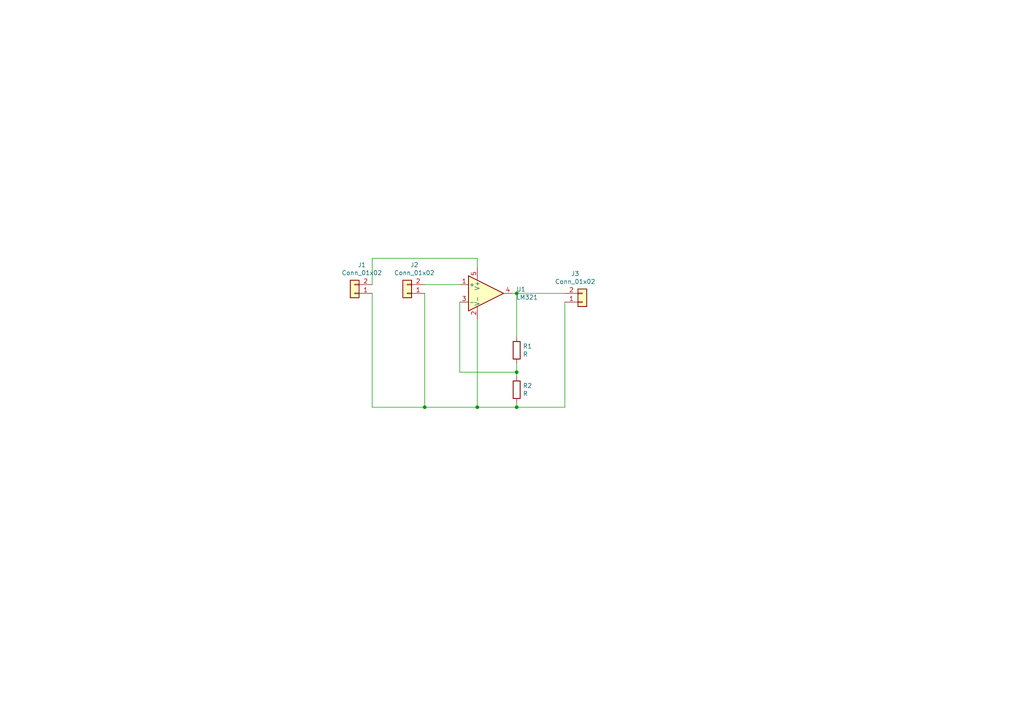
<source format=kicad_sch>
(kicad_sch (version 20211123) (generator eeschema)
  (paper "A4")
  (lib_symbols
    (symbol "Amplifier_Operational:LM321" (pin_names (offset 0.127))
      (property "Reference" "U" (at 0 7.62 0))
      (property "Value" "LM321" (at 0 5.08 0))
      (symbol "LM321_0_1"
        (polyline (pts (xy -5.08 5.08) (xy 5.08 0) (xy -5.08 -5.08) (xy -5.08 5.08)) (stroke (width 0.254)) (fill (type background)))
      )
      (symbol "LM321_1_1"
        (pin input line (at -7.62 2.54 0) (length 2.54) (name "+") (number "1"))
        (pin power_in line (at -2.54 -7.62 90) (length 3.81) (name "V-") (number "2"))
        (pin input line (at -7.62 -2.54 0) (length 2.54) (name "-") (number "3"))
        (pin output line (at 7.62 0 180) (length 2.54) (name "~") (number "4"))
        (pin power_in line (at -2.54 7.62 270) (length 3.81) (name "V+") (number "5"))
      )
    )
    (symbol "Connector_Generic:Conn_01x02" (pin_names (offset 1.016) hide)
      (property "Reference" "J" (at 0 2.54 0))
      (property "Value" "Conn_01x02" (at 0 -5.08 0))
      (symbol "Conn_01x02_1_1"
        (rectangle (start -1.27 -2.413) (end 0 -2.667) (stroke (width 0.1524)))
        (rectangle (start -1.27 0.127) (end 0 -0.127) (stroke (width 0.1524)))
        (rectangle (start -1.27 1.27) (end 1.27 -3.81) (stroke (width 0.254)) (fill (type background)))
        (pin passive line (at -5.08 0 0) (length 3.81) (name "Pin_1") (number "1"))
        (pin passive line (at -5.08 -2.54 0) (length 3.81) (name "Pin_2") (number "2"))
      )
    )
    (symbol "Device:R" (pin_numbers hide) (pin_names (offset 0))
      (property "Reference" "R" (at 2.032 0 90))
      (property "Value" "R" (at 0 0 90))
      (symbol "R_0_1"
        (rectangle (start -1.016 -2.54) (end 1.016 2.54) (stroke (width 0.254)))
      )
      (symbol "R_1_1"
        (pin passive line (at 0 3.81 270) (length 1.27) (name "~") (number "1"))
        (pin passive line (at 0 -3.81 90) (length 1.27) (name "~") (number "2"))
      )
    )
  )
  (junction (at 149.86 107.95))
  (junction (at 138.43 118.11))
  (junction (at 149.86 118.11))
  (junction (at 123.19 118.11))
  (junction (at 149.86 85.09))
  (wire (pts (xy 149.86 85.09) (xy 149.86 97.79)))
  (wire (pts (xy 107.95 85.09) (xy 107.95 118.11)))
  (wire (pts (xy 149.86 85.09) (xy 163.83 85.09)))
  (wire (pts (xy 133.35 87.63) (xy 133.35 107.95)))
  (wire (pts (xy 123.19 85.09) (xy 123.19 118.11)))
  (wire (pts (xy 133.35 107.95) (xy 149.86 107.95)))
  (wire (pts (xy 107.95 118.11) (xy 123.19 118.11)))
  (wire (pts (xy 123.19 118.11) (xy 138.43 118.11)))
  (wire (pts (xy 138.43 77.47) (xy 138.43 74.93)))
  (wire (pts (xy 148.59 85.09) (xy 149.86 85.09)))
  (wire (pts (xy 163.83 87.63) (xy 163.83 118.11)))
  (wire (pts (xy 138.43 74.93) (xy 107.95 74.93)))
  (wire (pts (xy 138.43 118.11) (xy 149.86 118.11)))
  (wire (pts (xy 123.19 82.55) (xy 133.35 82.55)))
  (wire (pts (xy 149.86 107.95) (xy 149.86 109.22)))
  (wire (pts (xy 163.83 118.11) (xy 149.86 118.11)))
  (wire (pts (xy 149.86 105.41) (xy 149.86 107.95)))
  (wire (pts (xy 149.86 118.11) (xy 149.86 116.84)))
  (wire (pts (xy 107.95 74.93) (xy 107.95 82.55)))
  (wire (pts (xy 138.43 92.71) (xy 138.43 118.11)))
  (symbol (lib_id "Amplifier_Operational:LM321") (at 140.97 85.09 0) (unit 1)
    (property "Reference" "U1" (at 149.7076 83.9216 0) (effects (justify left)))
    (property "Value" "LM321" (at 149.7076 86.233 0) (effects (justify left)))
    (property "Footprint" "Package_TO_SOT_SMD:SOT-23-5" (effects hide))
    (property "Datasheet" "http://www.ti.com/lit/ds/symlink/lm321.pdf" (effects hide))
  )
  (symbol (lib_id "Device:R") (at 149.86 101.6 0) (unit 1)
    (property "Reference" "R1" (at 151.638 100.4316 0) (effects (justify left)))
    (property "Value" "R" (at 151.638 102.743 0) (effects (justify left)))
    (property "Footprint" "Resistor_SMD:R_0805_2012Metric" (effects hide))
  )
  (symbol (lib_id "Connector_Generic:Conn_01x02") (at 118.11 85.09 180) (unit 1)
    (property "Reference" "J2" (at 120.1928 76.835 0))
    (property "Value" "Conn_01x02" (at 120.1928 79.1464 0))
    (property "Footprint" "Connector_JST:JST_PH_B2B-PH-K_1x02_P2.00mm_Vertical" (effects hide))
  )
  (symbol (lib_id "Connector_Generic:Conn_01x02") (at 102.87 85.09 180) (unit 1)
    (property "Reference" "J1" (at 104.9528 76.835 0))
    (property "Value" "Conn_01x02" (at 104.9528 79.1464 0))
    (property "Footprint" "Connector_JST:JST_EH_B2B-EH-A_1x02_P2.50mm_Vertical" (effects hide))
  )
  (symbol (lib_id "Connector_Generic:Conn_01x02") (at 168.91 87.63 0) (mirror x) (unit 1)
    (property "Reference" "J3" (at 166.8272 79.375 0))
    (property "Value" "Conn_01x02" (at 166.8272 81.6864 0))
    (property "Footprint" "Connector_JST:JST_PH_B2B-PH-K_1x02_P2.00mm_Vertical" (effects hide))
  )
  (symbol (lib_id "Device:R") (at 149.86 113.03 0) (unit 1)
    (property "Reference" "R2" (at 151.638 111.8616 0) (effects (justify left)))
    (property "Value" "R" (at 151.638 114.173 0) (effects (justify left)))
    (property "Footprint" "Resistor_SMD:R_0805_2012Metric" (effects hide))
  )
)
</source>
